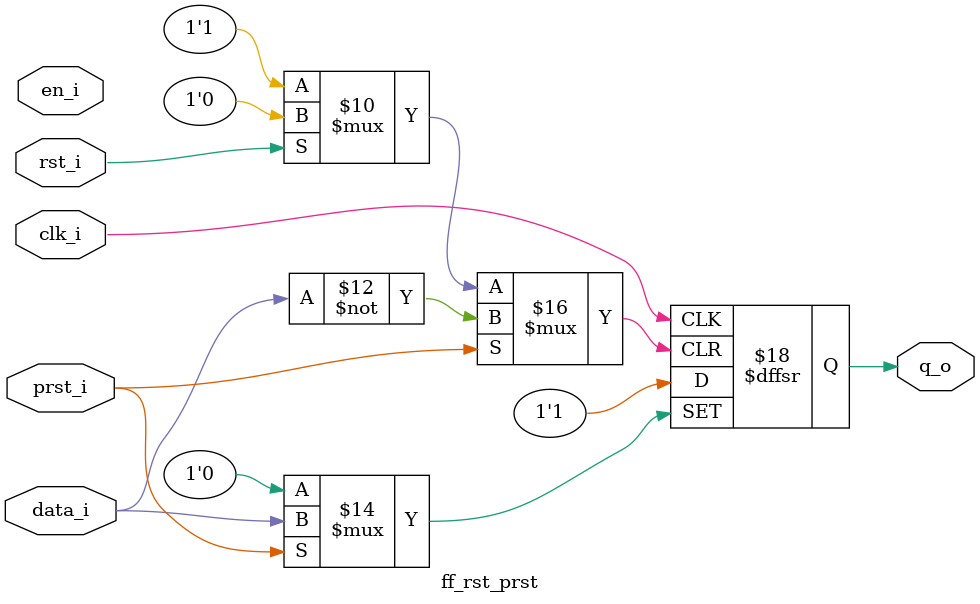
<source format=v>
module ff_rst_prst (
    input      data_i,
    input      clk_i,
    input      rst_i,
    input      prst_i,
    input      en_i,
    output reg q_o
);
  always @(posedge clk_i or negedge rst_i or posedge prst_i) begin
    if (~rst_i)       q_o <= 1'b0;
    else if (~prst_i) q_o <= 1'b1;
    else              q_o <= data_i;
  end
endmodule

</source>
